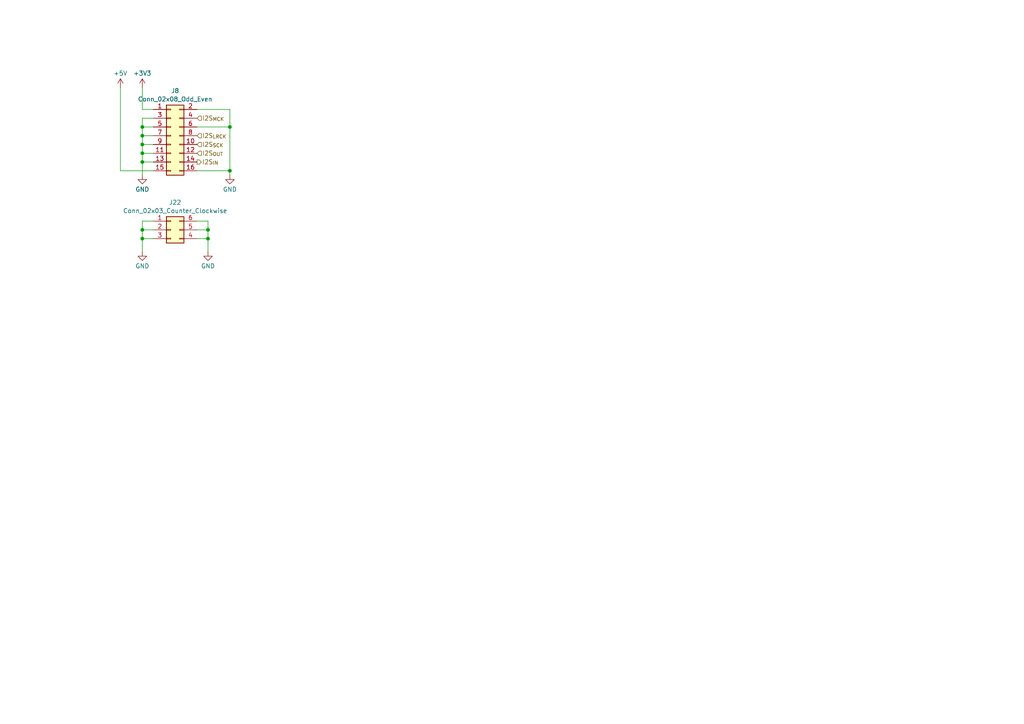
<source format=kicad_sch>
(kicad_sch (version 20230121) (generator eeschema)
  (paper "A4")
  (lib_symbols
    (symbol "Connector_Generic:Conn_02x03_Counter_Clockwise" (pin_names (offset 1.016) hide)
      (property "Reference" "J" (at 1.27 5.08 0))
      (property "Value" "Conn_02x03_Counter_Clockwise" (at 1.27 -5.08 0))
      (symbol "Conn_02x03_Counter_Clockwise_1_1"
        (rectangle (start -1.27 -2.413) (end 0 -2.667) (stroke (width 0.1524)))
        (rectangle (start -1.27 0.127) (end 0 -0.127) (stroke (width 0.1524)))
        (rectangle (start -1.27 2.667) (end 0 2.413) (stroke (width 0.1524)))
        (rectangle (start -1.27 3.81) (end 3.81 -3.81) (stroke (width 0.254)) (fill (type background)))
        (rectangle (start 3.81 -2.413) (end 2.54 -2.667) (stroke (width 0.1524)))
        (rectangle (start 3.81 0.127) (end 2.54 -0.127) (stroke (width 0.1524)))
        (rectangle (start 3.81 2.667) (end 2.54 2.413) (stroke (width 0.1524)))
        (pin passive line (at -5.08 2.54 0) (length 3.81) (name "Pin_1") (number "1"))
        (pin passive line (at -5.08 0 0) (length 3.81) (name "Pin_2") (number "2"))
        (pin passive line (at -5.08 -2.54 0) (length 3.81) (name "Pin_3") (number "3"))
        (pin passive line (at 7.62 -2.54 180) (length 3.81) (name "Pin_4") (number "4"))
        (pin passive line (at 7.62 0 180) (length 3.81) (name "Pin_5") (number "5"))
        (pin passive line (at 7.62 2.54 180) (length 3.81) (name "Pin_6") (number "6"))
      )
    )
    (symbol "Connector_Generic:Conn_02x08_Odd_Even" (pin_names (offset 1.016) hide)
      (property "Reference" "J" (at 1.27 10.16 0))
      (property "Value" "Conn_02x08_Odd_Even" (at 1.27 -12.7 0))
      (symbol "Conn_02x08_Odd_Even_1_1"
        (rectangle (start -1.27 -10.033) (end 0 -10.287) (stroke (width 0.1524)))
        (rectangle (start -1.27 -7.493) (end 0 -7.747) (stroke (width 0.1524)))
        (rectangle (start -1.27 -4.953) (end 0 -5.207) (stroke (width 0.1524)))
        (rectangle (start -1.27 -2.413) (end 0 -2.667) (stroke (width 0.1524)))
        (rectangle (start -1.27 0.127) (end 0 -0.127) (stroke (width 0.1524)))
        (rectangle (start -1.27 2.667) (end 0 2.413) (stroke (width 0.1524)))
        (rectangle (start -1.27 5.207) (end 0 4.953) (stroke (width 0.1524)))
        (rectangle (start -1.27 7.747) (end 0 7.493) (stroke (width 0.1524)))
        (rectangle (start -1.27 8.89) (end 3.81 -11.43) (stroke (width 0.254)) (fill (type background)))
        (rectangle (start 3.81 -10.033) (end 2.54 -10.287) (stroke (width 0.1524)))
        (rectangle (start 3.81 -7.493) (end 2.54 -7.747) (stroke (width 0.1524)))
        (rectangle (start 3.81 -4.953) (end 2.54 -5.207) (stroke (width 0.1524)))
        (rectangle (start 3.81 -2.413) (end 2.54 -2.667) (stroke (width 0.1524)))
        (rectangle (start 3.81 0.127) (end 2.54 -0.127) (stroke (width 0.1524)))
        (rectangle (start 3.81 2.667) (end 2.54 2.413) (stroke (width 0.1524)))
        (rectangle (start 3.81 5.207) (end 2.54 4.953) (stroke (width 0.1524)))
        (rectangle (start 3.81 7.747) (end 2.54 7.493) (stroke (width 0.1524)))
        (pin passive line (at -5.08 7.62 0) (length 3.81) (name "Pin_1") (number "1"))
        (pin passive line (at 7.62 -2.54 180) (length 3.81) (name "Pin_10") (number "10"))
        (pin passive line (at -5.08 -5.08 0) (length 3.81) (name "Pin_11") (number "11"))
        (pin passive line (at 7.62 -5.08 180) (length 3.81) (name "Pin_12") (number "12"))
        (pin passive line (at -5.08 -7.62 0) (length 3.81) (name "Pin_13") (number "13"))
        (pin passive line (at 7.62 -7.62 180) (length 3.81) (name "Pin_14") (number "14"))
        (pin passive line (at -5.08 -10.16 0) (length 3.81) (name "Pin_15") (number "15"))
        (pin passive line (at 7.62 -10.16 180) (length 3.81) (name "Pin_16") (number "16"))
        (pin passive line (at 7.62 7.62 180) (length 3.81) (name "Pin_2") (number "2"))
        (pin passive line (at -5.08 5.08 0) (length 3.81) (name "Pin_3") (number "3"))
        (pin passive line (at 7.62 5.08 180) (length 3.81) (name "Pin_4") (number "4"))
        (pin passive line (at -5.08 2.54 0) (length 3.81) (name "Pin_5") (number "5"))
        (pin passive line (at 7.62 2.54 180) (length 3.81) (name "Pin_6") (number "6"))
        (pin passive line (at -5.08 0 0) (length 3.81) (name "Pin_7") (number "7"))
        (pin passive line (at 7.62 0 180) (length 3.81) (name "Pin_8") (number "8"))
        (pin passive line (at -5.08 -2.54 0) (length 3.81) (name "Pin_9") (number "9"))
      )
    )
    (symbol "power:+3V3" (power) (pin_names (offset 0))
      (property "Value" "+3V3" (at 0 3.556 0))
      (symbol "+3V3_0_1"
        (polyline (pts (xy -0.762 1.27) (xy 0 2.54)))
        (polyline (pts (xy 0 0) (xy 0 2.54)))
        (polyline (pts (xy 0 2.54) (xy 0.762 1.27)))
      )
      (symbol "+3V3_1_1"
        (pin power_in line (at 0 0 90) (length 0) hide (name "+3V3") (number "1"))
      )
    )
    (symbol "power:+5V" (power) (pin_names (offset 0))
      (property "Value" "+5V" (at 0 3.556 0))
      (symbol "+5V_0_1"
        (polyline (pts (xy -0.762 1.27) (xy 0 2.54)))
        (polyline (pts (xy 0 0) (xy 0 2.54)))
        (polyline (pts (xy 0 2.54) (xy 0.762 1.27)))
      )
      (symbol "+5V_1_1"
        (pin power_in line (at 0 0 90) (length 0) hide (name "+5V") (number "1"))
      )
    )
    (symbol "power:GND" (power) (pin_names (offset 0))
      (property "Value" "GND" (at 0 -3.81 0))
      (symbol "GND_0_1"
        (polyline (pts (xy 0 0) (xy 0 -1.27) (xy 1.27 -1.27) (xy 0 -2.54) (xy -1.27 -1.27) (xy 0 -1.27)))
      )
      (symbol "GND_1_1"
        (pin power_in line (at 0 0 270) (length 0) hide (name "GND") (number "1"))
      )
    )
  )
  (junction (at 66.675 36.83))
  (junction (at 41.275 69.215))
  (junction (at 41.275 46.99))
  (junction (at 41.275 36.83))
  (junction (at 41.275 41.91))
  (junction (at 41.275 66.675))
  (junction (at 41.275 44.45))
  (junction (at 60.325 66.675))
  (junction (at 41.275 39.37))
  (junction (at 66.675 49.53))
  (junction (at 60.325 69.215))
  (wire (pts (xy 66.675 36.83) (xy 66.675 49.53)))
  (wire (pts (xy 60.325 66.675) (xy 60.325 69.215)))
  (wire (pts (xy 41.275 44.45) (xy 41.275 46.99)))
  (wire (pts (xy 41.275 41.91) (xy 44.45 41.91)))
  (wire (pts (xy 41.275 69.215) (xy 41.275 73.025)))
  (wire (pts (xy 66.675 49.53) (xy 66.675 50.8)))
  (wire (pts (xy 41.275 69.215) (xy 44.45 69.215)))
  (wire (pts (xy 60.325 69.215) (xy 60.325 73.025)))
  (wire (pts (xy 41.275 25.4) (xy 41.275 31.75)))
  (wire (pts (xy 57.15 69.215) (xy 60.325 69.215)))
  (wire (pts (xy 44.45 64.135) (xy 41.275 64.135)))
  (wire (pts (xy 41.275 36.83) (xy 41.275 39.37)))
  (wire (pts (xy 60.325 64.135) (xy 60.325 66.675)))
  (wire (pts (xy 41.275 66.675) (xy 41.275 69.215)))
  (wire (pts (xy 41.275 34.29) (xy 41.275 36.83)))
  (wire (pts (xy 57.15 36.83) (xy 66.675 36.83)))
  (wire (pts (xy 41.275 36.83) (xy 44.45 36.83)))
  (wire (pts (xy 44.45 31.75) (xy 41.275 31.75)))
  (wire (pts (xy 41.275 46.99) (xy 44.45 46.99)))
  (wire (pts (xy 57.15 64.135) (xy 60.325 64.135)))
  (wire (pts (xy 41.275 39.37) (xy 44.45 39.37)))
  (wire (pts (xy 41.275 39.37) (xy 41.275 41.91)))
  (wire (pts (xy 44.45 34.29) (xy 41.275 34.29)))
  (wire (pts (xy 41.275 64.135) (xy 41.275 66.675)))
  (wire (pts (xy 57.15 31.75) (xy 66.675 31.75)))
  (wire (pts (xy 57.15 49.53) (xy 66.675 49.53)))
  (wire (pts (xy 41.275 66.675) (xy 44.45 66.675)))
  (wire (pts (xy 41.275 41.91) (xy 41.275 44.45)))
  (wire (pts (xy 34.925 25.4) (xy 34.925 49.53)))
  (wire (pts (xy 41.275 46.99) (xy 41.275 50.8)))
  (wire (pts (xy 57.15 66.675) (xy 60.325 66.675)))
  (wire (pts (xy 44.45 49.53) (xy 34.925 49.53)))
  (wire (pts (xy 41.275 44.45) (xy 44.45 44.45)))
  (wire (pts (xy 66.675 31.75) (xy 66.675 36.83)))
  (hierarchical_label "I2S_{LRCK}" (shape input) (at 57.15 39.37 0))
  (hierarchical_label "I2S_{IN}" (shape output) (at 57.15 46.99 0))
  (hierarchical_label "I2S_{OUT}" (shape input) (at 57.15 44.45 0))
  (hierarchical_label "I2S_{SCK}" (shape input) (at 57.15 41.91 0))
  (hierarchical_label "I2S_{MCK}" (shape input) (at 57.15 34.29 0))
  (symbol (lib_id "power:GND") (at 60.325 73.025 0) (unit 1)
    (property "Reference" "#PWR0108" (effects hide))
    (property "Value" "GND" (at 60.325 77.1581 0))
  )
  (symbol (lib_id "power:GND") (at 41.275 73.025 0) (unit 1)
    (property "Reference" "#PWR0107" (effects hide))
    (property "Value" "GND" (at 41.275 77.1581 0))
  )
  (symbol (lib_id "power:GND") (at 41.275 50.8 0) (unit 1)
    (property "Reference" "#PWR045" (effects hide))
    (property "Value" "GND" (at 41.275 54.9331 0))
  )
  (symbol (lib_id "power:+3V3") (at 41.275 25.4 0) (unit 1)
    (property "Reference" "#PWR043" (effects hide))
    (property "Value" "+3V3" (at 41.275 21.2669 0))
  )
  (symbol (lib_id "Connector_Generic:Conn_02x03_Counter_Clockwise") (at 49.53 66.675 0) (unit 1)
    (property "Reference" "J22" (at 50.8 58.7207 0))
    (property "Value" "Conn_02x03_Counter_Clockwise" (at 50.8 61.1449 0))
    (property "Footprint" "Connector_PinSocket_2.54mm:PinSocket_2x03_P2.54mm_Vertical" (effects hide))
  )
  (symbol (lib_id "power:GND") (at 66.675 50.8 0) (unit 1)
    (property "Reference" "#PWR05" (effects hide))
    (property "Value" "GND" (at 66.675 54.9331 0))
  )
  (symbol (lib_id "power:+5V") (at 34.925 25.4 0) (unit 1)
    (property "Reference" "#PWR044" (effects hide))
    (property "Value" "+5V" (at 34.925 21.2669 0))
  )
  (symbol (lib_id "Connector_Generic:Conn_02x08_Odd_Even") (at 49.53 39.37 0) (unit 1)
    (property "Reference" "J8" (at 50.8 26.3357 0))
    (property "Value" "Conn_02x08_Odd_Even" (at 50.8 28.7599 0))
    (property "Footprint" "Connector_PinSocket_2.54mm:PinSocket_2x08_P2.54mm_Vertical" (effects hide))
  )
)
</source>
